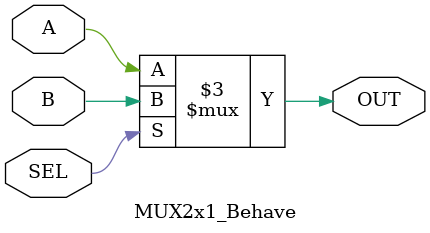
<source format=v>
module MUX2x1_Behave (A,B,SEL,OUT);
input A,B,SEL;
output reg OUT;
always @(*) begin
	if(SEL) begin
		 OUT=B;
	end else begin
		 OUT=A ;
	end
end
endmodule 
</source>
